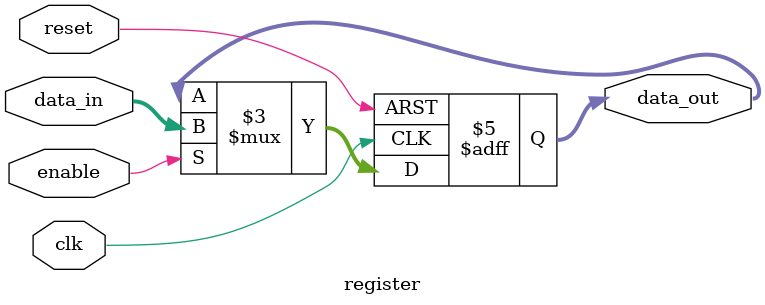
<source format=v>
`timescale 1ns / 1ps
module register(
    input enable,
    input reset,
    input clk,
    input [WIDTH-1:0] data_in,
    output reg [WIDTH-1:0] data_out = DEFAULT
    );

parameter WIDTH = 16;
parameter DEFAULT = {WIDTH{1'b0}};

  always @(posedge clk or posedge reset)
    if (reset)
      data_out <= DEFAULT;
    else if (enable)
      data_out <= data_in;

endmodule

</source>
